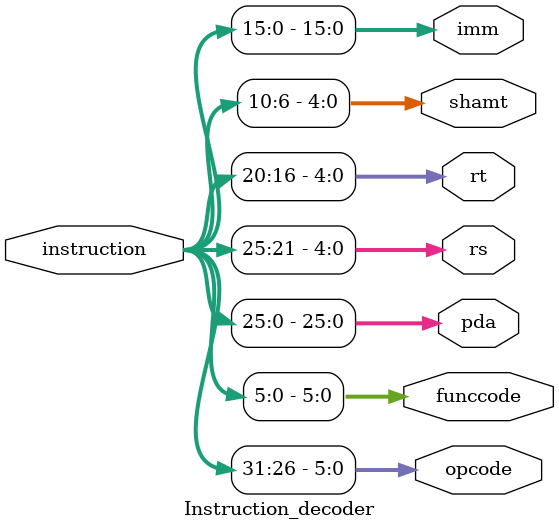
<source format=v>
`timescale 1ns / 1ps
module Instruction_decoder(
	input [31:0] instruction,
   output [5:0] opcode,
   output [5:0] funccode,
   output [25:0] pda,
	output [4:0] rs,
	output [4:0] rt,
	output [4:0] shamt,
	output [15:0] imm
);

	assign opcode = instruction[31:26];
	assign funccode = instruction[5:0];
	assign pda = instruction[25:0];
	assign rs = instruction[25:21];         
    assign rt = instruction[20:16];         
    assign shamt = instruction[10:6];      
    assign imm = instruction[15:0];

endmodule

</source>
